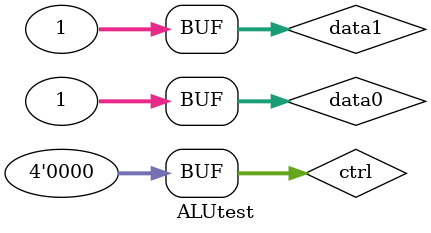
<source format=v>
module ALUtest();
    reg [31:0] data0, data1;
    reg [3:0] ctrl;
    wire [31:0] result;
    wire zeroFlag;

    ALU testAlu (data0, data1, ctrl, result, zeroFlag);

    initial begin
        data0 <= 32'b1; data1 <= 32'b1; ctrl <= 0000;
    end

endmodule
</source>
